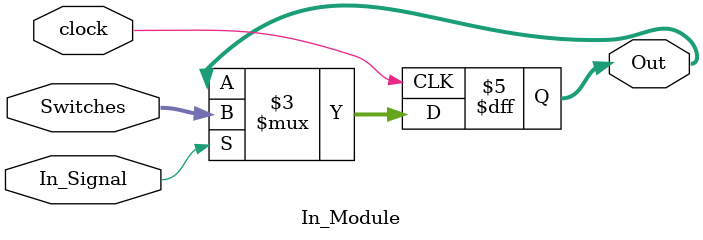
<source format=v>
module In_Module (Switches, Out, In_Signal, clock); 

	input [15:0] Switches;
	input In_Signal, clock;
	output reg [15:0] Out;
	
	always @(posedge clock)
		begin
			if (In_Signal)
				Out = Switches;
		end
		
endmodule
</source>
